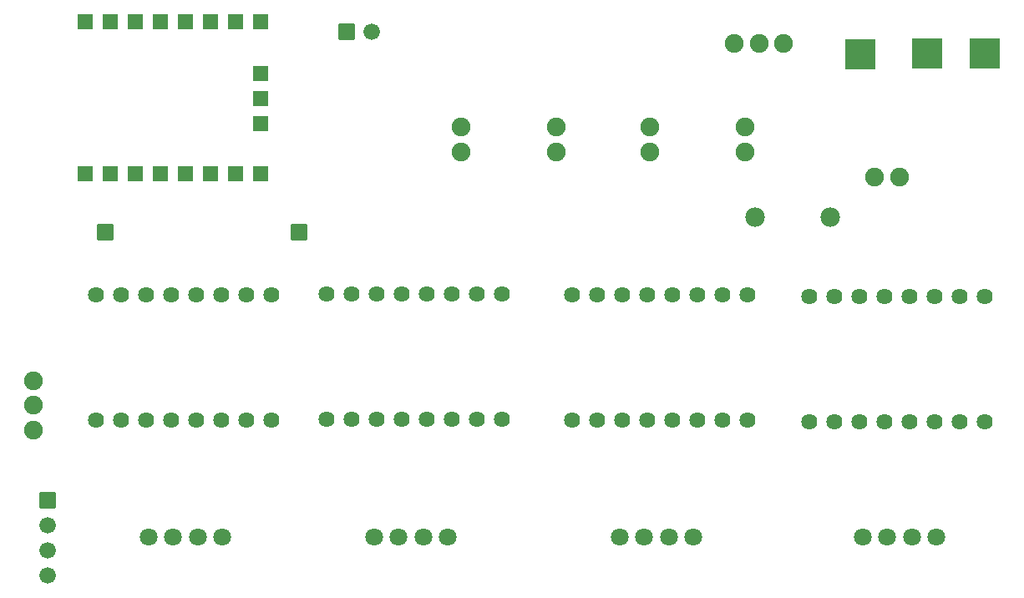
<source format=gbs>
G04 Layer: BottomSolderMaskLayer*
G04 EasyEDA v6.5.22, 2023-02-28 18:31:49*
G04 0f5abc17f4e243e5a26b6cc200d52bdd,5d2348555bc34ac8837521f0f1db218d,10*
G04 Gerber Generator version 0.2*
G04 Scale: 100 percent, Rotated: No, Reflected: No *
G04 Dimensions in millimeters *
G04 leading zeros omitted , absolute positions ,4 integer and 5 decimal *
%FSLAX45Y45*%
%MOMM*%

%AMMACRO1*1,1,$1,$2,$3*1,1,$1,$4,$5*1,1,$1,0-$2,0-$3*1,1,$1,0-$4,0-$5*20,1,$1,$2,$3,$4,$5,0*20,1,$1,$4,$5,0-$2,0-$3,0*20,1,$1,0-$2,0-$3,0-$4,0-$5,0*20,1,$1,0-$4,0-$5,$2,$3,0*4,1,4,$2,$3,$4,$5,0-$2,0-$3,0-$4,0-$5,$2,$3,0*%
%ADD10MACRO1,0.1016X0.7874X0.7874X0.7874X-0.7874*%
%ADD11C,1.6764*%
%ADD12C,1.9016*%
%ADD13MACRO1,0.02X-0.75X-0.75X-0.75X0.75*%
%ADD14C,1.9000*%
%ADD15C,1.8000*%
%ADD16C,1.9812*%
%ADD17C,1.6256*%
%ADD18MACRO1,0.1016X1.5X1.5X1.5X-1.5*%

%LPD*%
D10*
G01*
X3721100Y6286500D03*
D11*
G01*
X3975100Y6286500D03*
D12*
G01*
X9069831Y4813300D03*
G01*
X9320022Y4813300D03*
G01*
X7759827Y5069204D03*
G01*
X7759827Y5319395D03*
G01*
X6794627Y5069204D03*
G01*
X6794627Y5319395D03*
G01*
X5842127Y5069204D03*
G01*
X5842127Y5319395D03*
G01*
X4876927Y5069204D03*
G01*
X4876927Y5319395D03*
D13*
G01*
X1066800Y4851400D03*
G01*
X1320800Y4851400D03*
G01*
X1574800Y4851400D03*
G01*
X1828800Y4851400D03*
G01*
X2082800Y4851400D03*
G01*
X2336800Y4851400D03*
G01*
X2590800Y4851400D03*
G01*
X2844800Y4851400D03*
G01*
X2844800Y6388100D03*
G01*
X2590800Y6388100D03*
G01*
X2336800Y6388100D03*
G01*
X2082800Y6388100D03*
G01*
X1828800Y6388100D03*
G01*
X1574800Y6388100D03*
G01*
X1320800Y6388100D03*
G01*
X1066800Y6388100D03*
G01*
X2844800Y5359400D03*
G01*
X2844800Y5613400D03*
G01*
X2844800Y5867400D03*
D14*
G01*
X7649413Y6172200D03*
G01*
X7899400Y6172200D03*
G01*
X8149412Y6172200D03*
G01*
X546100Y2251887D03*
G01*
X546100Y2501874D03*
G01*
X546100Y2751886D03*
D15*
G01*
X4743805Y1168400D03*
G01*
X4493793Y1168400D03*
G01*
X4243806Y1168400D03*
G01*
X3993794Y1168400D03*
G01*
X7233005Y1168400D03*
G01*
X6982993Y1168400D03*
G01*
X6733006Y1168400D03*
G01*
X6482994Y1168400D03*
G01*
X9696805Y1168400D03*
G01*
X9446793Y1168400D03*
G01*
X9196806Y1168400D03*
G01*
X8946794Y1168400D03*
D10*
G01*
X685800Y1536700D03*
D11*
G01*
X685800Y1282700D03*
G01*
X685800Y1028700D03*
G01*
X685800Y774700D03*
D16*
G01*
X7861300Y4406900D03*
G01*
X8623300Y4406900D03*
D10*
G01*
X3238500Y4254500D03*
G01*
X1270000Y4254500D03*
D15*
G01*
X2457704Y1168501D03*
G01*
X2207691Y1168501D03*
G01*
X1957704Y1168501D03*
G01*
X1707692Y1168501D03*
D17*
G01*
X1181100Y3619500D03*
G01*
X1435100Y3619500D03*
G01*
X1689100Y3619500D03*
G01*
X1943100Y3619500D03*
G01*
X2197100Y3619500D03*
G01*
X2451100Y3619500D03*
G01*
X2705100Y3619500D03*
G01*
X2959100Y3619500D03*
G01*
X2959100Y2349500D03*
G01*
X2705100Y2349500D03*
G01*
X2451100Y2349500D03*
G01*
X2197100Y2349500D03*
G01*
X1943100Y2349500D03*
G01*
X1689100Y2349500D03*
G01*
X1435100Y2349500D03*
G01*
X1181100Y2349500D03*
G01*
X3517900Y3632200D03*
G01*
X3771900Y3632200D03*
G01*
X4025900Y3632200D03*
G01*
X4279900Y3632200D03*
G01*
X4533900Y3632200D03*
G01*
X4787900Y3632200D03*
G01*
X5041900Y3632200D03*
G01*
X5295900Y3632200D03*
G01*
X5295900Y2362200D03*
G01*
X5041900Y2362200D03*
G01*
X4787900Y2362200D03*
G01*
X4533900Y2362200D03*
G01*
X4279900Y2362200D03*
G01*
X4025900Y2362200D03*
G01*
X3771900Y2362200D03*
G01*
X3517900Y2362200D03*
G01*
X6007100Y3619500D03*
G01*
X6261100Y3619500D03*
G01*
X6515100Y3619500D03*
G01*
X6769100Y3619500D03*
G01*
X7023100Y3619500D03*
G01*
X7277100Y3619500D03*
G01*
X7531100Y3619500D03*
G01*
X7785100Y3619500D03*
G01*
X7785100Y2349500D03*
G01*
X7531100Y2349500D03*
G01*
X7277100Y2349500D03*
G01*
X7023100Y2349500D03*
G01*
X6769100Y2349500D03*
G01*
X6515100Y2349500D03*
G01*
X6261100Y2349500D03*
G01*
X6007100Y2349500D03*
G01*
X8407400Y3606800D03*
G01*
X8661400Y3606800D03*
G01*
X8915400Y3606800D03*
G01*
X9169400Y3606800D03*
G01*
X9423400Y3606800D03*
G01*
X9677400Y3606800D03*
G01*
X9931400Y3606800D03*
G01*
X10185400Y3606800D03*
G01*
X10185400Y2336800D03*
G01*
X9931400Y2336800D03*
G01*
X9677400Y2336800D03*
G01*
X9423400Y2336800D03*
G01*
X9169400Y2336800D03*
G01*
X8915400Y2336800D03*
G01*
X8661400Y2336800D03*
G01*
X8407400Y2336800D03*
D18*
G01*
X8928100Y6057900D03*
G01*
X9601200Y6070600D03*
G01*
X10185400Y6070600D03*
M02*

</source>
